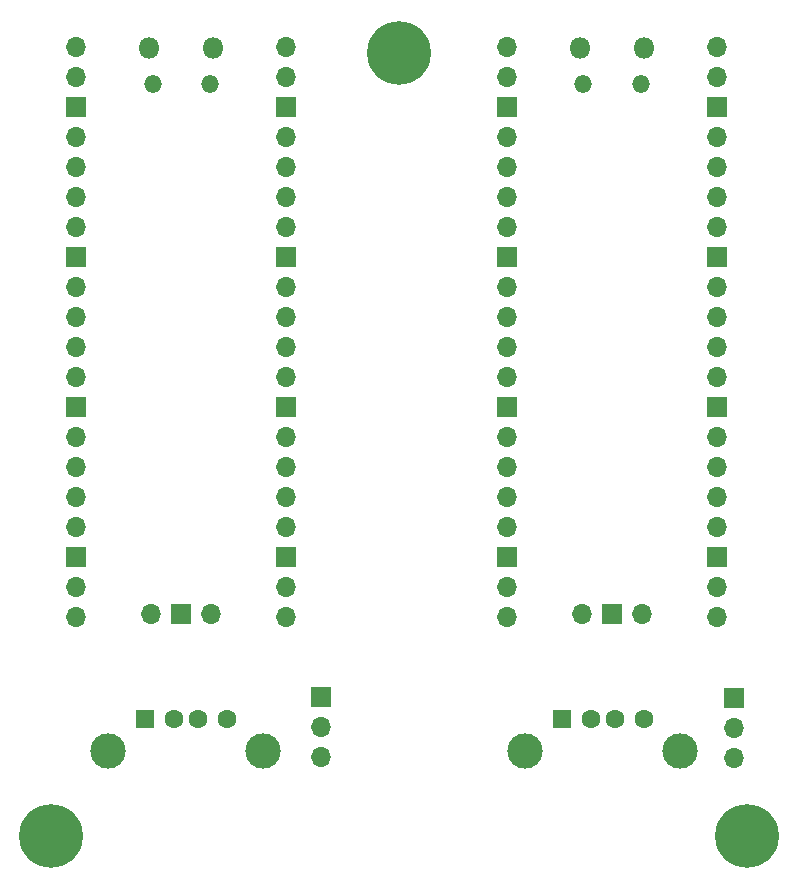
<source format=gbr>
%TF.GenerationSoftware,KiCad,Pcbnew,7.0.9*%
%TF.CreationDate,2024-09-14T16:33:58+02:00*%
%TF.ProjectId,DeskHop_Rev1,4465736b-486f-4705-9f52-6576312e6b69,rev?*%
%TF.SameCoordinates,Original*%
%TF.FileFunction,Soldermask,Bot*%
%TF.FilePolarity,Negative*%
%FSLAX46Y46*%
G04 Gerber Fmt 4.6, Leading zero omitted, Abs format (unit mm)*
G04 Created by KiCad (PCBNEW 7.0.9) date 2024-09-14 16:33:58*
%MOMM*%
%LPD*%
G01*
G04 APERTURE LIST*
%ADD10O,1.800000X1.800000*%
%ADD11O,1.500000X1.500000*%
%ADD12O,1.700000X1.700000*%
%ADD13R,1.700000X1.700000*%
%ADD14R,1.600000X1.500000*%
%ADD15C,1.600000*%
%ADD16C,3.000000*%
%ADD17C,3.100000*%
%ADD18C,5.400000*%
G04 APERTURE END LIST*
D10*
%TO.C,U1*%
X82619000Y-44834000D03*
D11*
X82919000Y-47864000D03*
X87769000Y-47864000D03*
D10*
X88069000Y-44834000D03*
D12*
X76454000Y-44704000D03*
X76454000Y-47244000D03*
D13*
X76454000Y-49784000D03*
D12*
X76454000Y-52324000D03*
X76454000Y-54864000D03*
X76454000Y-57404000D03*
X76454000Y-59944000D03*
D13*
X76454000Y-62484000D03*
D12*
X76454000Y-65024000D03*
X76454000Y-67564000D03*
X76454000Y-70104000D03*
X76454000Y-72644000D03*
D13*
X76454000Y-75184000D03*
D12*
X76454000Y-77724000D03*
X76454000Y-80264000D03*
X76454000Y-82804000D03*
X76454000Y-85344000D03*
D13*
X76454000Y-87884000D03*
D12*
X76454000Y-90424000D03*
X76454000Y-92964000D03*
X94234000Y-92964000D03*
X94234000Y-90424000D03*
D13*
X94234000Y-87884000D03*
D12*
X94234000Y-85344000D03*
X94234000Y-82804000D03*
X94234000Y-80264000D03*
X94234000Y-77724000D03*
D13*
X94234000Y-75184000D03*
D12*
X94234000Y-72644000D03*
X94234000Y-70104000D03*
X94234000Y-67564000D03*
X94234000Y-65024000D03*
D13*
X94234000Y-62484000D03*
D12*
X94234000Y-59944000D03*
X94234000Y-57404000D03*
X94234000Y-54864000D03*
X94234000Y-52324000D03*
D13*
X94234000Y-49784000D03*
D12*
X94234000Y-47244000D03*
X94234000Y-44704000D03*
X82804000Y-92734000D03*
D13*
X85344000Y-92734000D03*
D12*
X87884000Y-92734000D03*
%TD*%
D10*
%TO.C,U2*%
X46160523Y-44818249D03*
D11*
X46460523Y-47848249D03*
X51310523Y-47848249D03*
D10*
X51610523Y-44818249D03*
D12*
X39995523Y-44688249D03*
X39995523Y-47228249D03*
D13*
X39995523Y-49768249D03*
D12*
X39995523Y-52308249D03*
X39995523Y-54848249D03*
X39995523Y-57388249D03*
X39995523Y-59928249D03*
D13*
X39995523Y-62468249D03*
D12*
X39995523Y-65008249D03*
X39995523Y-67548249D03*
X39995523Y-70088249D03*
X39995523Y-72628249D03*
D13*
X39995523Y-75168249D03*
D12*
X39995523Y-77708249D03*
X39995523Y-80248249D03*
X39995523Y-82788249D03*
X39995523Y-85328249D03*
D13*
X39995523Y-87868249D03*
D12*
X39995523Y-90408249D03*
X39995523Y-92948249D03*
X57775523Y-92948249D03*
X57775523Y-90408249D03*
D13*
X57775523Y-87868249D03*
D12*
X57775523Y-85328249D03*
X57775523Y-82788249D03*
X57775523Y-80248249D03*
X57775523Y-77708249D03*
D13*
X57775523Y-75168249D03*
D12*
X57775523Y-72628249D03*
X57775523Y-70088249D03*
X57775523Y-67548249D03*
X57775523Y-65008249D03*
D13*
X57775523Y-62468249D03*
D12*
X57775523Y-59928249D03*
X57775523Y-57388249D03*
X57775523Y-54848249D03*
X57775523Y-52308249D03*
D13*
X57775523Y-49768249D03*
D12*
X57775523Y-47228249D03*
X57775523Y-44688249D03*
X46345523Y-92718249D03*
D13*
X48885523Y-92718249D03*
D12*
X51425523Y-92718249D03*
%TD*%
D14*
%TO.C,J4*%
X45776000Y-101574000D03*
D15*
X48276000Y-101574000D03*
X50276000Y-101574000D03*
X52776000Y-101574000D03*
D16*
X42706000Y-104284000D03*
X55846000Y-104284000D03*
%TD*%
D13*
%TO.C,J3*%
X95667537Y-99795757D03*
D12*
X95667537Y-102335757D03*
X95667537Y-104875757D03*
%TD*%
D17*
%TO.C,H2*%
X96774000Y-111506000D03*
D18*
X96774000Y-111506000D03*
%TD*%
D14*
%TO.C,J1*%
X81082000Y-101574000D03*
D15*
X83582000Y-101574000D03*
X85582000Y-101574000D03*
X88082000Y-101574000D03*
D16*
X78012000Y-104284000D03*
X91152000Y-104284000D03*
%TD*%
D17*
%TO.C,H1*%
X37846000Y-111506000D03*
D18*
X37846000Y-111506000D03*
%TD*%
D13*
%TO.C,J2*%
X60731042Y-99717876D03*
D12*
X60731042Y-102257876D03*
X60731042Y-104797876D03*
%TD*%
D17*
%TO.C,H3*%
X67315520Y-45178990D03*
D18*
X67315520Y-45178990D03*
%TD*%
M02*

</source>
